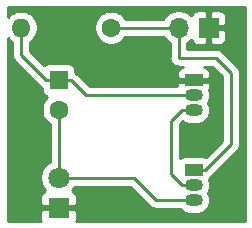
<source format=gbr>
G04 #@! TF.GenerationSoftware,KiCad,Pcbnew,(5.1.5)-3*
G04 #@! TF.CreationDate,2020-05-15T17:56:07+09:00*
G04 #@! TF.ProjectId,test2,74657374-322e-46b6-9963-61645f706362,rev?*
G04 #@! TF.SameCoordinates,Original*
G04 #@! TF.FileFunction,Copper,L1,Top*
G04 #@! TF.FilePolarity,Positive*
%FSLAX46Y46*%
G04 Gerber Fmt 4.6, Leading zero omitted, Abs format (unit mm)*
G04 Created by KiCad (PCBNEW (5.1.5)-3) date 2020-05-15 17:56:07*
%MOMM*%
%LPD*%
G04 APERTURE LIST*
%ADD10R,1.600000X1.600000*%
%ADD11C,1.600000*%
%ADD12R,1.800000X1.800000*%
%ADD13C,1.800000*%
%ADD14R,1.700000X1.700000*%
%ADD15O,1.700000X1.700000*%
%ADD16R,1.500000X1.050000*%
%ADD17O,1.500000X1.050000*%
%ADD18O,1.600000X1.600000*%
%ADD19C,0.250000*%
%ADD20C,0.254000*%
G04 APERTURE END LIST*
D10*
X146050000Y-39370000D03*
D11*
X146050000Y-41870000D03*
D12*
X146050000Y-50165000D03*
D13*
X146050000Y-47625000D03*
D14*
X158750000Y-34925000D03*
D15*
X156210000Y-34925000D03*
D16*
X157480000Y-39370000D03*
D17*
X157480000Y-41910000D03*
X157480000Y-40640000D03*
X157480000Y-48260000D03*
X157480000Y-49530000D03*
D16*
X157480000Y-46990000D03*
D11*
X150495000Y-34925000D03*
D18*
X142875000Y-34925000D03*
D19*
X142875000Y-37245000D02*
X145000000Y-39370000D01*
X145000000Y-39370000D02*
X146050000Y-39370000D01*
X142875000Y-34925000D02*
X142875000Y-37245000D01*
X156480000Y-40640000D02*
X157480000Y-40640000D01*
X148370000Y-40640000D02*
X156480000Y-40640000D01*
X147100000Y-39370000D02*
X148370000Y-40640000D01*
X146050000Y-39370000D02*
X147100000Y-39370000D01*
X146050000Y-41870000D02*
X146050000Y-47625000D01*
X146050000Y-47625000D02*
X152400000Y-47625000D01*
X154305000Y-49530000D02*
X157480000Y-49530000D01*
X152400000Y-47625000D02*
X154305000Y-49530000D01*
X158480000Y-46990000D02*
X160655000Y-44815000D01*
X160655000Y-44815000D02*
X160655000Y-38735000D01*
X157480000Y-46990000D02*
X158480000Y-46990000D01*
X156210000Y-37465000D02*
X156210000Y-34925000D01*
X160655000Y-38735000D02*
X159385000Y-37465000D01*
X159385000Y-37465000D02*
X156210000Y-37465000D01*
X150495000Y-34925000D02*
X156210000Y-34925000D01*
X155575000Y-47355000D02*
X155575000Y-42815000D01*
X155575000Y-42815000D02*
X156480000Y-41910000D01*
X156480000Y-48260000D02*
X155575000Y-47355000D01*
X156480000Y-41910000D02*
X157480000Y-41910000D01*
X157480000Y-48260000D02*
X156480000Y-48260000D01*
D20*
G36*
X161798000Y-51308000D02*
G01*
X147539860Y-51308000D01*
X147575812Y-51189482D01*
X147588072Y-51065000D01*
X147585000Y-50450750D01*
X147426250Y-50292000D01*
X146177000Y-50292000D01*
X146177000Y-50312000D01*
X145923000Y-50312000D01*
X145923000Y-50292000D01*
X144673750Y-50292000D01*
X144515000Y-50450750D01*
X144511928Y-51065000D01*
X144524188Y-51189482D01*
X144560140Y-51308000D01*
X141732000Y-51308000D01*
X141732000Y-35797311D01*
X141760363Y-35839759D01*
X141960241Y-36039637D01*
X142115001Y-36143044D01*
X142115001Y-37207668D01*
X142111324Y-37245000D01*
X142125998Y-37393985D01*
X142169454Y-37537246D01*
X142240026Y-37669276D01*
X142311201Y-37756002D01*
X142335000Y-37785001D01*
X142363998Y-37808799D01*
X144436200Y-39881002D01*
X144459999Y-39910001D01*
X144575724Y-40004974D01*
X144611928Y-40024326D01*
X144611928Y-40170000D01*
X144624188Y-40294482D01*
X144660498Y-40414180D01*
X144719463Y-40524494D01*
X144798815Y-40621185D01*
X144895506Y-40700537D01*
X145005820Y-40759502D01*
X145101943Y-40788661D01*
X144935363Y-40955241D01*
X144778320Y-41190273D01*
X144670147Y-41451426D01*
X144615000Y-41728665D01*
X144615000Y-42011335D01*
X144670147Y-42288574D01*
X144778320Y-42549727D01*
X144935363Y-42784759D01*
X145135241Y-42984637D01*
X145290000Y-43088044D01*
X145290001Y-46286687D01*
X145071495Y-46432688D01*
X144857688Y-46646495D01*
X144689701Y-46897905D01*
X144573989Y-47177257D01*
X144515000Y-47473816D01*
X144515000Y-47776184D01*
X144573989Y-48072743D01*
X144689701Y-48352095D01*
X144857688Y-48603505D01*
X144924127Y-48669944D01*
X144905820Y-48675498D01*
X144795506Y-48734463D01*
X144698815Y-48813815D01*
X144619463Y-48910506D01*
X144560498Y-49020820D01*
X144524188Y-49140518D01*
X144511928Y-49265000D01*
X144515000Y-49879250D01*
X144673750Y-50038000D01*
X145923000Y-50038000D01*
X145923000Y-50018000D01*
X146177000Y-50018000D01*
X146177000Y-50038000D01*
X147426250Y-50038000D01*
X147585000Y-49879250D01*
X147588072Y-49265000D01*
X147575812Y-49140518D01*
X147539502Y-49020820D01*
X147480537Y-48910506D01*
X147401185Y-48813815D01*
X147304494Y-48734463D01*
X147194180Y-48675498D01*
X147175873Y-48669944D01*
X147242312Y-48603505D01*
X147388313Y-48385000D01*
X152085199Y-48385000D01*
X153741201Y-50041003D01*
X153764999Y-50070001D01*
X153880724Y-50164974D01*
X154012753Y-50235546D01*
X154156014Y-50279003D01*
X154267667Y-50290000D01*
X154267677Y-50290000D01*
X154305000Y-50293676D01*
X154342323Y-50290000D01*
X156378091Y-50290000D01*
X156430788Y-50354212D01*
X156607421Y-50499171D01*
X156808940Y-50606885D01*
X157027600Y-50673215D01*
X157198021Y-50690000D01*
X157761979Y-50690000D01*
X157932400Y-50673215D01*
X158151060Y-50606885D01*
X158352579Y-50499171D01*
X158529212Y-50354212D01*
X158674171Y-50177579D01*
X158781885Y-49976060D01*
X158848215Y-49757400D01*
X158870612Y-49530000D01*
X158848215Y-49302600D01*
X158781885Y-49083940D01*
X158680895Y-48895000D01*
X158781885Y-48706060D01*
X158848215Y-48487400D01*
X158870612Y-48260000D01*
X158848215Y-48032600D01*
X158784907Y-47823902D01*
X158819502Y-47759180D01*
X158851686Y-47653084D01*
X158904276Y-47624974D01*
X159020001Y-47530001D01*
X159043804Y-47500998D01*
X161166009Y-45378794D01*
X161195001Y-45355001D01*
X161218795Y-45326008D01*
X161218799Y-45326004D01*
X161289973Y-45239277D01*
X161289974Y-45239276D01*
X161360546Y-45107247D01*
X161404003Y-44963986D01*
X161415000Y-44852333D01*
X161415000Y-44852324D01*
X161418676Y-44815001D01*
X161415000Y-44777678D01*
X161415000Y-38772322D01*
X161418676Y-38734999D01*
X161415000Y-38697676D01*
X161415000Y-38697667D01*
X161404003Y-38586014D01*
X161360546Y-38442753D01*
X161289974Y-38310724D01*
X161195001Y-38194999D01*
X161166003Y-38171201D01*
X159948804Y-36954003D01*
X159925001Y-36924999D01*
X159809276Y-36830026D01*
X159677247Y-36759454D01*
X159533986Y-36715997D01*
X159422333Y-36705000D01*
X159422322Y-36705000D01*
X159385000Y-36701324D01*
X159347678Y-36705000D01*
X156970000Y-36705000D01*
X156970000Y-36203178D01*
X157156632Y-36078475D01*
X157288487Y-35946620D01*
X157310498Y-36019180D01*
X157369463Y-36129494D01*
X157448815Y-36226185D01*
X157545506Y-36305537D01*
X157655820Y-36364502D01*
X157775518Y-36400812D01*
X157900000Y-36413072D01*
X158464250Y-36410000D01*
X158623000Y-36251250D01*
X158623000Y-35052000D01*
X158877000Y-35052000D01*
X158877000Y-36251250D01*
X159035750Y-36410000D01*
X159600000Y-36413072D01*
X159724482Y-36400812D01*
X159844180Y-36364502D01*
X159954494Y-36305537D01*
X160051185Y-36226185D01*
X160130537Y-36129494D01*
X160189502Y-36019180D01*
X160225812Y-35899482D01*
X160238072Y-35775000D01*
X160235000Y-35210750D01*
X160076250Y-35052000D01*
X158877000Y-35052000D01*
X158623000Y-35052000D01*
X158603000Y-35052000D01*
X158603000Y-34798000D01*
X158623000Y-34798000D01*
X158623000Y-33598750D01*
X158877000Y-33598750D01*
X158877000Y-34798000D01*
X160076250Y-34798000D01*
X160235000Y-34639250D01*
X160238072Y-34075000D01*
X160225812Y-33950518D01*
X160189502Y-33830820D01*
X160130537Y-33720506D01*
X160051185Y-33623815D01*
X159954494Y-33544463D01*
X159844180Y-33485498D01*
X159724482Y-33449188D01*
X159600000Y-33436928D01*
X159035750Y-33440000D01*
X158877000Y-33598750D01*
X158623000Y-33598750D01*
X158464250Y-33440000D01*
X157900000Y-33436928D01*
X157775518Y-33449188D01*
X157655820Y-33485498D01*
X157545506Y-33544463D01*
X157448815Y-33623815D01*
X157369463Y-33720506D01*
X157310498Y-33830820D01*
X157288487Y-33903380D01*
X157156632Y-33771525D01*
X156913411Y-33609010D01*
X156643158Y-33497068D01*
X156356260Y-33440000D01*
X156063740Y-33440000D01*
X155776842Y-33497068D01*
X155506589Y-33609010D01*
X155263368Y-33771525D01*
X155056525Y-33978368D01*
X154931822Y-34165000D01*
X151713043Y-34165000D01*
X151609637Y-34010241D01*
X151409759Y-33810363D01*
X151174727Y-33653320D01*
X150913574Y-33545147D01*
X150636335Y-33490000D01*
X150353665Y-33490000D01*
X150076426Y-33545147D01*
X149815273Y-33653320D01*
X149580241Y-33810363D01*
X149380363Y-34010241D01*
X149223320Y-34245273D01*
X149115147Y-34506426D01*
X149060000Y-34783665D01*
X149060000Y-35066335D01*
X149115147Y-35343574D01*
X149223320Y-35604727D01*
X149380363Y-35839759D01*
X149580241Y-36039637D01*
X149815273Y-36196680D01*
X150076426Y-36304853D01*
X150353665Y-36360000D01*
X150636335Y-36360000D01*
X150913574Y-36304853D01*
X151174727Y-36196680D01*
X151409759Y-36039637D01*
X151609637Y-35839759D01*
X151713043Y-35685000D01*
X154931822Y-35685000D01*
X155056525Y-35871632D01*
X155263368Y-36078475D01*
X155450000Y-36203179D01*
X155450000Y-37427667D01*
X155446323Y-37465000D01*
X155460997Y-37613986D01*
X155504454Y-37757247D01*
X155575026Y-37889276D01*
X155669999Y-38005001D01*
X155785724Y-38099974D01*
X155917753Y-38170546D01*
X156061014Y-38214003D01*
X156162484Y-38223997D01*
X156210000Y-38228677D01*
X156247333Y-38225000D01*
X156586358Y-38225000D01*
X156485820Y-38255498D01*
X156375506Y-38314463D01*
X156278815Y-38393815D01*
X156199463Y-38490506D01*
X156140498Y-38600820D01*
X156104188Y-38720518D01*
X156091928Y-38845000D01*
X156095000Y-39084250D01*
X156253750Y-39243000D01*
X157353000Y-39243000D01*
X157353000Y-39223000D01*
X157607000Y-39223000D01*
X157607000Y-39243000D01*
X158706250Y-39243000D01*
X158865000Y-39084250D01*
X158868072Y-38845000D01*
X158855812Y-38720518D01*
X158819502Y-38600820D01*
X158760537Y-38490506D01*
X158681185Y-38393815D01*
X158584494Y-38314463D01*
X158474180Y-38255498D01*
X158373642Y-38225000D01*
X159070199Y-38225000D01*
X159895001Y-39049803D01*
X159895000Y-44500197D01*
X158503844Y-45891354D01*
X158474180Y-45875498D01*
X158354482Y-45839188D01*
X158230000Y-45826928D01*
X156730000Y-45826928D01*
X156605518Y-45839188D01*
X156485820Y-45875498D01*
X156375506Y-45934463D01*
X156335000Y-45967705D01*
X156335000Y-43129801D01*
X156595453Y-42869349D01*
X156607421Y-42879171D01*
X156808940Y-42986885D01*
X157027600Y-43053215D01*
X157198021Y-43070000D01*
X157761979Y-43070000D01*
X157932400Y-43053215D01*
X158151060Y-42986885D01*
X158352579Y-42879171D01*
X158529212Y-42734212D01*
X158674171Y-42557579D01*
X158781885Y-42356060D01*
X158848215Y-42137400D01*
X158870612Y-41910000D01*
X158848215Y-41682600D01*
X158781885Y-41463940D01*
X158680895Y-41275000D01*
X158781885Y-41086060D01*
X158848215Y-40867400D01*
X158870612Y-40640000D01*
X158848215Y-40412600D01*
X158784907Y-40203902D01*
X158819502Y-40139180D01*
X158855812Y-40019482D01*
X158868072Y-39895000D01*
X158865000Y-39655750D01*
X158706250Y-39497000D01*
X157933109Y-39497000D01*
X157932400Y-39496785D01*
X157761979Y-39480000D01*
X157198021Y-39480000D01*
X157027600Y-39496785D01*
X157026891Y-39497000D01*
X156253750Y-39497000D01*
X156095000Y-39655750D01*
X156092121Y-39880000D01*
X148684802Y-39880000D01*
X147663804Y-38859003D01*
X147640001Y-38829999D01*
X147524276Y-38735026D01*
X147488072Y-38715674D01*
X147488072Y-38570000D01*
X147475812Y-38445518D01*
X147439502Y-38325820D01*
X147380537Y-38215506D01*
X147301185Y-38118815D01*
X147204494Y-38039463D01*
X147094180Y-37980498D01*
X146974482Y-37944188D01*
X146850000Y-37931928D01*
X145250000Y-37931928D01*
X145125518Y-37944188D01*
X145005820Y-37980498D01*
X144895506Y-38039463D01*
X144812437Y-38107636D01*
X143635000Y-36930199D01*
X143635000Y-36143043D01*
X143789759Y-36039637D01*
X143989637Y-35839759D01*
X144146680Y-35604727D01*
X144254853Y-35343574D01*
X144310000Y-35066335D01*
X144310000Y-34783665D01*
X144254853Y-34506426D01*
X144146680Y-34245273D01*
X143989637Y-34010241D01*
X143789759Y-33810363D01*
X143554727Y-33653320D01*
X143293574Y-33545147D01*
X143016335Y-33490000D01*
X142733665Y-33490000D01*
X142456426Y-33545147D01*
X142195273Y-33653320D01*
X141960241Y-33810363D01*
X141760363Y-34010241D01*
X141732000Y-34052689D01*
X141732000Y-33147000D01*
X161798000Y-33147000D01*
X161798000Y-51308000D01*
G37*
X161798000Y-51308000D02*
X147539860Y-51308000D01*
X147575812Y-51189482D01*
X147588072Y-51065000D01*
X147585000Y-50450750D01*
X147426250Y-50292000D01*
X146177000Y-50292000D01*
X146177000Y-50312000D01*
X145923000Y-50312000D01*
X145923000Y-50292000D01*
X144673750Y-50292000D01*
X144515000Y-50450750D01*
X144511928Y-51065000D01*
X144524188Y-51189482D01*
X144560140Y-51308000D01*
X141732000Y-51308000D01*
X141732000Y-35797311D01*
X141760363Y-35839759D01*
X141960241Y-36039637D01*
X142115001Y-36143044D01*
X142115001Y-37207668D01*
X142111324Y-37245000D01*
X142125998Y-37393985D01*
X142169454Y-37537246D01*
X142240026Y-37669276D01*
X142311201Y-37756002D01*
X142335000Y-37785001D01*
X142363998Y-37808799D01*
X144436200Y-39881002D01*
X144459999Y-39910001D01*
X144575724Y-40004974D01*
X144611928Y-40024326D01*
X144611928Y-40170000D01*
X144624188Y-40294482D01*
X144660498Y-40414180D01*
X144719463Y-40524494D01*
X144798815Y-40621185D01*
X144895506Y-40700537D01*
X145005820Y-40759502D01*
X145101943Y-40788661D01*
X144935363Y-40955241D01*
X144778320Y-41190273D01*
X144670147Y-41451426D01*
X144615000Y-41728665D01*
X144615000Y-42011335D01*
X144670147Y-42288574D01*
X144778320Y-42549727D01*
X144935363Y-42784759D01*
X145135241Y-42984637D01*
X145290000Y-43088044D01*
X145290001Y-46286687D01*
X145071495Y-46432688D01*
X144857688Y-46646495D01*
X144689701Y-46897905D01*
X144573989Y-47177257D01*
X144515000Y-47473816D01*
X144515000Y-47776184D01*
X144573989Y-48072743D01*
X144689701Y-48352095D01*
X144857688Y-48603505D01*
X144924127Y-48669944D01*
X144905820Y-48675498D01*
X144795506Y-48734463D01*
X144698815Y-48813815D01*
X144619463Y-48910506D01*
X144560498Y-49020820D01*
X144524188Y-49140518D01*
X144511928Y-49265000D01*
X144515000Y-49879250D01*
X144673750Y-50038000D01*
X145923000Y-50038000D01*
X145923000Y-50018000D01*
X146177000Y-50018000D01*
X146177000Y-50038000D01*
X147426250Y-50038000D01*
X147585000Y-49879250D01*
X147588072Y-49265000D01*
X147575812Y-49140518D01*
X147539502Y-49020820D01*
X147480537Y-48910506D01*
X147401185Y-48813815D01*
X147304494Y-48734463D01*
X147194180Y-48675498D01*
X147175873Y-48669944D01*
X147242312Y-48603505D01*
X147388313Y-48385000D01*
X152085199Y-48385000D01*
X153741201Y-50041003D01*
X153764999Y-50070001D01*
X153880724Y-50164974D01*
X154012753Y-50235546D01*
X154156014Y-50279003D01*
X154267667Y-50290000D01*
X154267677Y-50290000D01*
X154305000Y-50293676D01*
X154342323Y-50290000D01*
X156378091Y-50290000D01*
X156430788Y-50354212D01*
X156607421Y-50499171D01*
X156808940Y-50606885D01*
X157027600Y-50673215D01*
X157198021Y-50690000D01*
X157761979Y-50690000D01*
X157932400Y-50673215D01*
X158151060Y-50606885D01*
X158352579Y-50499171D01*
X158529212Y-50354212D01*
X158674171Y-50177579D01*
X158781885Y-49976060D01*
X158848215Y-49757400D01*
X158870612Y-49530000D01*
X158848215Y-49302600D01*
X158781885Y-49083940D01*
X158680895Y-48895000D01*
X158781885Y-48706060D01*
X158848215Y-48487400D01*
X158870612Y-48260000D01*
X158848215Y-48032600D01*
X158784907Y-47823902D01*
X158819502Y-47759180D01*
X158851686Y-47653084D01*
X158904276Y-47624974D01*
X159020001Y-47530001D01*
X159043804Y-47500998D01*
X161166009Y-45378794D01*
X161195001Y-45355001D01*
X161218795Y-45326008D01*
X161218799Y-45326004D01*
X161289973Y-45239277D01*
X161289974Y-45239276D01*
X161360546Y-45107247D01*
X161404003Y-44963986D01*
X161415000Y-44852333D01*
X161415000Y-44852324D01*
X161418676Y-44815001D01*
X161415000Y-44777678D01*
X161415000Y-38772322D01*
X161418676Y-38734999D01*
X161415000Y-38697676D01*
X161415000Y-38697667D01*
X161404003Y-38586014D01*
X161360546Y-38442753D01*
X161289974Y-38310724D01*
X161195001Y-38194999D01*
X161166003Y-38171201D01*
X159948804Y-36954003D01*
X159925001Y-36924999D01*
X159809276Y-36830026D01*
X159677247Y-36759454D01*
X159533986Y-36715997D01*
X159422333Y-36705000D01*
X159422322Y-36705000D01*
X159385000Y-36701324D01*
X159347678Y-36705000D01*
X156970000Y-36705000D01*
X156970000Y-36203178D01*
X157156632Y-36078475D01*
X157288487Y-35946620D01*
X157310498Y-36019180D01*
X157369463Y-36129494D01*
X157448815Y-36226185D01*
X157545506Y-36305537D01*
X157655820Y-36364502D01*
X157775518Y-36400812D01*
X157900000Y-36413072D01*
X158464250Y-36410000D01*
X158623000Y-36251250D01*
X158623000Y-35052000D01*
X158877000Y-35052000D01*
X158877000Y-36251250D01*
X159035750Y-36410000D01*
X159600000Y-36413072D01*
X159724482Y-36400812D01*
X159844180Y-36364502D01*
X159954494Y-36305537D01*
X160051185Y-36226185D01*
X160130537Y-36129494D01*
X160189502Y-36019180D01*
X160225812Y-35899482D01*
X160238072Y-35775000D01*
X160235000Y-35210750D01*
X160076250Y-35052000D01*
X158877000Y-35052000D01*
X158623000Y-35052000D01*
X158603000Y-35052000D01*
X158603000Y-34798000D01*
X158623000Y-34798000D01*
X158623000Y-33598750D01*
X158877000Y-33598750D01*
X158877000Y-34798000D01*
X160076250Y-34798000D01*
X160235000Y-34639250D01*
X160238072Y-34075000D01*
X160225812Y-33950518D01*
X160189502Y-33830820D01*
X160130537Y-33720506D01*
X160051185Y-33623815D01*
X159954494Y-33544463D01*
X159844180Y-33485498D01*
X159724482Y-33449188D01*
X159600000Y-33436928D01*
X159035750Y-33440000D01*
X158877000Y-33598750D01*
X158623000Y-33598750D01*
X158464250Y-33440000D01*
X157900000Y-33436928D01*
X157775518Y-33449188D01*
X157655820Y-33485498D01*
X157545506Y-33544463D01*
X157448815Y-33623815D01*
X157369463Y-33720506D01*
X157310498Y-33830820D01*
X157288487Y-33903380D01*
X157156632Y-33771525D01*
X156913411Y-33609010D01*
X156643158Y-33497068D01*
X156356260Y-33440000D01*
X156063740Y-33440000D01*
X155776842Y-33497068D01*
X155506589Y-33609010D01*
X155263368Y-33771525D01*
X155056525Y-33978368D01*
X154931822Y-34165000D01*
X151713043Y-34165000D01*
X151609637Y-34010241D01*
X151409759Y-33810363D01*
X151174727Y-33653320D01*
X150913574Y-33545147D01*
X150636335Y-33490000D01*
X150353665Y-33490000D01*
X150076426Y-33545147D01*
X149815273Y-33653320D01*
X149580241Y-33810363D01*
X149380363Y-34010241D01*
X149223320Y-34245273D01*
X149115147Y-34506426D01*
X149060000Y-34783665D01*
X149060000Y-35066335D01*
X149115147Y-35343574D01*
X149223320Y-35604727D01*
X149380363Y-35839759D01*
X149580241Y-36039637D01*
X149815273Y-36196680D01*
X150076426Y-36304853D01*
X150353665Y-36360000D01*
X150636335Y-36360000D01*
X150913574Y-36304853D01*
X151174727Y-36196680D01*
X151409759Y-36039637D01*
X151609637Y-35839759D01*
X151713043Y-35685000D01*
X154931822Y-35685000D01*
X155056525Y-35871632D01*
X155263368Y-36078475D01*
X155450000Y-36203179D01*
X155450000Y-37427667D01*
X155446323Y-37465000D01*
X155460997Y-37613986D01*
X155504454Y-37757247D01*
X155575026Y-37889276D01*
X155669999Y-38005001D01*
X155785724Y-38099974D01*
X155917753Y-38170546D01*
X156061014Y-38214003D01*
X156162484Y-38223997D01*
X156210000Y-38228677D01*
X156247333Y-38225000D01*
X156586358Y-38225000D01*
X156485820Y-38255498D01*
X156375506Y-38314463D01*
X156278815Y-38393815D01*
X156199463Y-38490506D01*
X156140498Y-38600820D01*
X156104188Y-38720518D01*
X156091928Y-38845000D01*
X156095000Y-39084250D01*
X156253750Y-39243000D01*
X157353000Y-39243000D01*
X157353000Y-39223000D01*
X157607000Y-39223000D01*
X157607000Y-39243000D01*
X158706250Y-39243000D01*
X158865000Y-39084250D01*
X158868072Y-38845000D01*
X158855812Y-38720518D01*
X158819502Y-38600820D01*
X158760537Y-38490506D01*
X158681185Y-38393815D01*
X158584494Y-38314463D01*
X158474180Y-38255498D01*
X158373642Y-38225000D01*
X159070199Y-38225000D01*
X159895001Y-39049803D01*
X159895000Y-44500197D01*
X158503844Y-45891354D01*
X158474180Y-45875498D01*
X158354482Y-45839188D01*
X158230000Y-45826928D01*
X156730000Y-45826928D01*
X156605518Y-45839188D01*
X156485820Y-45875498D01*
X156375506Y-45934463D01*
X156335000Y-45967705D01*
X156335000Y-43129801D01*
X156595453Y-42869349D01*
X156607421Y-42879171D01*
X156808940Y-42986885D01*
X157027600Y-43053215D01*
X157198021Y-43070000D01*
X157761979Y-43070000D01*
X157932400Y-43053215D01*
X158151060Y-42986885D01*
X158352579Y-42879171D01*
X158529212Y-42734212D01*
X158674171Y-42557579D01*
X158781885Y-42356060D01*
X158848215Y-42137400D01*
X158870612Y-41910000D01*
X158848215Y-41682600D01*
X158781885Y-41463940D01*
X158680895Y-41275000D01*
X158781885Y-41086060D01*
X158848215Y-40867400D01*
X158870612Y-40640000D01*
X158848215Y-40412600D01*
X158784907Y-40203902D01*
X158819502Y-40139180D01*
X158855812Y-40019482D01*
X158868072Y-39895000D01*
X158865000Y-39655750D01*
X158706250Y-39497000D01*
X157933109Y-39497000D01*
X157932400Y-39496785D01*
X157761979Y-39480000D01*
X157198021Y-39480000D01*
X157027600Y-39496785D01*
X157026891Y-39497000D01*
X156253750Y-39497000D01*
X156095000Y-39655750D01*
X156092121Y-39880000D01*
X148684802Y-39880000D01*
X147663804Y-38859003D01*
X147640001Y-38829999D01*
X147524276Y-38735026D01*
X147488072Y-38715674D01*
X147488072Y-38570000D01*
X147475812Y-38445518D01*
X147439502Y-38325820D01*
X147380537Y-38215506D01*
X147301185Y-38118815D01*
X147204494Y-38039463D01*
X147094180Y-37980498D01*
X146974482Y-37944188D01*
X146850000Y-37931928D01*
X145250000Y-37931928D01*
X145125518Y-37944188D01*
X145005820Y-37980498D01*
X144895506Y-38039463D01*
X144812437Y-38107636D01*
X143635000Y-36930199D01*
X143635000Y-36143043D01*
X143789759Y-36039637D01*
X143989637Y-35839759D01*
X144146680Y-35604727D01*
X144254853Y-35343574D01*
X144310000Y-35066335D01*
X144310000Y-34783665D01*
X144254853Y-34506426D01*
X144146680Y-34245273D01*
X143989637Y-34010241D01*
X143789759Y-33810363D01*
X143554727Y-33653320D01*
X143293574Y-33545147D01*
X143016335Y-33490000D01*
X142733665Y-33490000D01*
X142456426Y-33545147D01*
X142195273Y-33653320D01*
X141960241Y-33810363D01*
X141760363Y-34010241D01*
X141732000Y-34052689D01*
X141732000Y-33147000D01*
X161798000Y-33147000D01*
X161798000Y-51308000D01*
M02*

</source>
